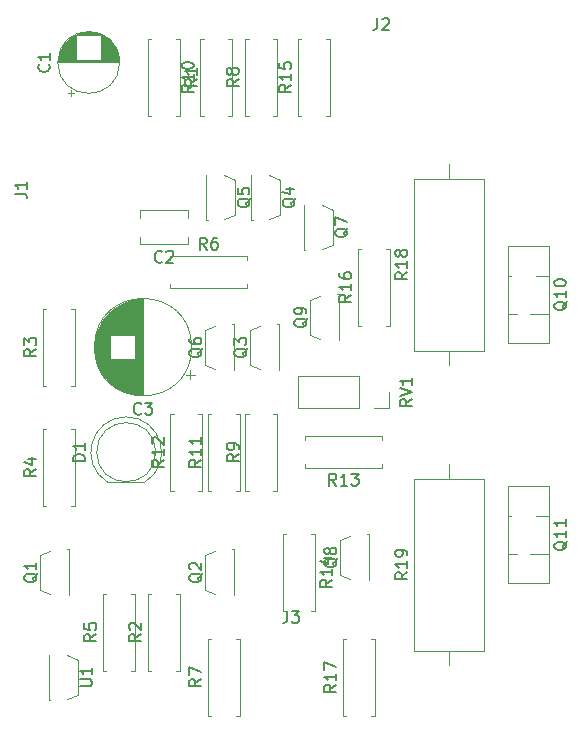
<source format=gbr>
G04 #@! TF.GenerationSoftware,KiCad,Pcbnew,(5.1.5)-3*
G04 #@! TF.CreationDate,2020-04-30T13:53:03+02:00*
G04 #@! TF.ProjectId,DiscreteAmp,44697363-7265-4746-9541-6d702e6b6963,rev?*
G04 #@! TF.SameCoordinates,Original*
G04 #@! TF.FileFunction,Legend,Top*
G04 #@! TF.FilePolarity,Positive*
%FSLAX46Y46*%
G04 Gerber Fmt 4.6, Leading zero omitted, Abs format (unit mm)*
G04 Created by KiCad (PCBNEW (5.1.5)-3) date 2020-04-30 13:53:03*
%MOMM*%
%LPD*%
G04 APERTURE LIST*
%ADD10C,0.120000*%
%ADD11C,0.150000*%
G04 APERTURE END LIST*
D10*
X153750000Y-68600000D02*
G75*
G03X153750000Y-68600000I-2620000J0D01*
G01*
X148550000Y-68600000D02*
X153710000Y-68600000D01*
X148550000Y-68560000D02*
X153710000Y-68560000D01*
X148551000Y-68520000D02*
X153709000Y-68520000D01*
X148552000Y-68480000D02*
X153708000Y-68480000D01*
X148554000Y-68440000D02*
X153706000Y-68440000D01*
X148557000Y-68400000D02*
X153703000Y-68400000D01*
X148561000Y-68360000D02*
X150090000Y-68360000D01*
X152170000Y-68360000D02*
X153699000Y-68360000D01*
X148565000Y-68320000D02*
X150090000Y-68320000D01*
X152170000Y-68320000D02*
X153695000Y-68320000D01*
X148569000Y-68280000D02*
X150090000Y-68280000D01*
X152170000Y-68280000D02*
X153691000Y-68280000D01*
X148574000Y-68240000D02*
X150090000Y-68240000D01*
X152170000Y-68240000D02*
X153686000Y-68240000D01*
X148580000Y-68200000D02*
X150090000Y-68200000D01*
X152170000Y-68200000D02*
X153680000Y-68200000D01*
X148587000Y-68160000D02*
X150090000Y-68160000D01*
X152170000Y-68160000D02*
X153673000Y-68160000D01*
X148594000Y-68120000D02*
X150090000Y-68120000D01*
X152170000Y-68120000D02*
X153666000Y-68120000D01*
X148602000Y-68080000D02*
X150090000Y-68080000D01*
X152170000Y-68080000D02*
X153658000Y-68080000D01*
X148610000Y-68040000D02*
X150090000Y-68040000D01*
X152170000Y-68040000D02*
X153650000Y-68040000D01*
X148619000Y-68000000D02*
X150090000Y-68000000D01*
X152170000Y-68000000D02*
X153641000Y-68000000D01*
X148629000Y-67960000D02*
X150090000Y-67960000D01*
X152170000Y-67960000D02*
X153631000Y-67960000D01*
X148639000Y-67920000D02*
X150090000Y-67920000D01*
X152170000Y-67920000D02*
X153621000Y-67920000D01*
X148650000Y-67879000D02*
X150090000Y-67879000D01*
X152170000Y-67879000D02*
X153610000Y-67879000D01*
X148662000Y-67839000D02*
X150090000Y-67839000D01*
X152170000Y-67839000D02*
X153598000Y-67839000D01*
X148675000Y-67799000D02*
X150090000Y-67799000D01*
X152170000Y-67799000D02*
X153585000Y-67799000D01*
X148688000Y-67759000D02*
X150090000Y-67759000D01*
X152170000Y-67759000D02*
X153572000Y-67759000D01*
X148702000Y-67719000D02*
X150090000Y-67719000D01*
X152170000Y-67719000D02*
X153558000Y-67719000D01*
X148716000Y-67679000D02*
X150090000Y-67679000D01*
X152170000Y-67679000D02*
X153544000Y-67679000D01*
X148732000Y-67639000D02*
X150090000Y-67639000D01*
X152170000Y-67639000D02*
X153528000Y-67639000D01*
X148748000Y-67599000D02*
X150090000Y-67599000D01*
X152170000Y-67599000D02*
X153512000Y-67599000D01*
X148765000Y-67559000D02*
X150090000Y-67559000D01*
X152170000Y-67559000D02*
X153495000Y-67559000D01*
X148782000Y-67519000D02*
X150090000Y-67519000D01*
X152170000Y-67519000D02*
X153478000Y-67519000D01*
X148801000Y-67479000D02*
X150090000Y-67479000D01*
X152170000Y-67479000D02*
X153459000Y-67479000D01*
X148820000Y-67439000D02*
X150090000Y-67439000D01*
X152170000Y-67439000D02*
X153440000Y-67439000D01*
X148840000Y-67399000D02*
X150090000Y-67399000D01*
X152170000Y-67399000D02*
X153420000Y-67399000D01*
X148862000Y-67359000D02*
X150090000Y-67359000D01*
X152170000Y-67359000D02*
X153398000Y-67359000D01*
X148883000Y-67319000D02*
X150090000Y-67319000D01*
X152170000Y-67319000D02*
X153377000Y-67319000D01*
X148906000Y-67279000D02*
X150090000Y-67279000D01*
X152170000Y-67279000D02*
X153354000Y-67279000D01*
X148930000Y-67239000D02*
X150090000Y-67239000D01*
X152170000Y-67239000D02*
X153330000Y-67239000D01*
X148955000Y-67199000D02*
X150090000Y-67199000D01*
X152170000Y-67199000D02*
X153305000Y-67199000D01*
X148981000Y-67159000D02*
X150090000Y-67159000D01*
X152170000Y-67159000D02*
X153279000Y-67159000D01*
X149008000Y-67119000D02*
X150090000Y-67119000D01*
X152170000Y-67119000D02*
X153252000Y-67119000D01*
X149035000Y-67079000D02*
X150090000Y-67079000D01*
X152170000Y-67079000D02*
X153225000Y-67079000D01*
X149065000Y-67039000D02*
X150090000Y-67039000D01*
X152170000Y-67039000D02*
X153195000Y-67039000D01*
X149095000Y-66999000D02*
X150090000Y-66999000D01*
X152170000Y-66999000D02*
X153165000Y-66999000D01*
X149126000Y-66959000D02*
X150090000Y-66959000D01*
X152170000Y-66959000D02*
X153134000Y-66959000D01*
X149159000Y-66919000D02*
X150090000Y-66919000D01*
X152170000Y-66919000D02*
X153101000Y-66919000D01*
X149193000Y-66879000D02*
X150090000Y-66879000D01*
X152170000Y-66879000D02*
X153067000Y-66879000D01*
X149229000Y-66839000D02*
X150090000Y-66839000D01*
X152170000Y-66839000D02*
X153031000Y-66839000D01*
X149266000Y-66799000D02*
X150090000Y-66799000D01*
X152170000Y-66799000D02*
X152994000Y-66799000D01*
X149304000Y-66759000D02*
X150090000Y-66759000D01*
X152170000Y-66759000D02*
X152956000Y-66759000D01*
X149345000Y-66719000D02*
X150090000Y-66719000D01*
X152170000Y-66719000D02*
X152915000Y-66719000D01*
X149387000Y-66679000D02*
X150090000Y-66679000D01*
X152170000Y-66679000D02*
X152873000Y-66679000D01*
X149431000Y-66639000D02*
X150090000Y-66639000D01*
X152170000Y-66639000D02*
X152829000Y-66639000D01*
X149477000Y-66599000D02*
X150090000Y-66599000D01*
X152170000Y-66599000D02*
X152783000Y-66599000D01*
X149525000Y-66559000D02*
X150090000Y-66559000D01*
X152170000Y-66559000D02*
X152735000Y-66559000D01*
X149576000Y-66519000D02*
X150090000Y-66519000D01*
X152170000Y-66519000D02*
X152684000Y-66519000D01*
X149630000Y-66479000D02*
X150090000Y-66479000D01*
X152170000Y-66479000D02*
X152630000Y-66479000D01*
X149687000Y-66439000D02*
X150090000Y-66439000D01*
X152170000Y-66439000D02*
X152573000Y-66439000D01*
X149747000Y-66399000D02*
X150090000Y-66399000D01*
X152170000Y-66399000D02*
X152513000Y-66399000D01*
X149811000Y-66359000D02*
X150090000Y-66359000D01*
X152170000Y-66359000D02*
X152449000Y-66359000D01*
X149879000Y-66319000D02*
X150090000Y-66319000D01*
X152170000Y-66319000D02*
X152381000Y-66319000D01*
X149952000Y-66279000D02*
X152308000Y-66279000D01*
X150032000Y-66239000D02*
X152228000Y-66239000D01*
X150119000Y-66199000D02*
X152141000Y-66199000D01*
X150215000Y-66159000D02*
X152045000Y-66159000D01*
X150325000Y-66119000D02*
X151935000Y-66119000D01*
X150453000Y-66079000D02*
X151807000Y-66079000D01*
X150612000Y-66039000D02*
X151648000Y-66039000D01*
X150846000Y-65999000D02*
X151414000Y-65999000D01*
X149655000Y-71404775D02*
X149655000Y-70904775D01*
X149405000Y-71154775D02*
X149905000Y-71154775D01*
X159520000Y-83970000D02*
X155480000Y-83970000D01*
X159520000Y-81130000D02*
X155480000Y-81130000D01*
X159520000Y-83970000D02*
X159520000Y-83345000D01*
X159520000Y-81755000D02*
X159520000Y-81130000D01*
X155480000Y-83970000D02*
X155480000Y-83345000D01*
X155480000Y-81755000D02*
X155480000Y-81130000D01*
X159850000Y-92710000D02*
G75*
G03X159850000Y-92710000I-4120000J0D01*
G01*
X155730000Y-96790000D02*
X155730000Y-88630000D01*
X155690000Y-96790000D02*
X155690000Y-88630000D01*
X155650000Y-96790000D02*
X155650000Y-88630000D01*
X155610000Y-96789000D02*
X155610000Y-88631000D01*
X155570000Y-96787000D02*
X155570000Y-88633000D01*
X155530000Y-96786000D02*
X155530000Y-88634000D01*
X155490000Y-96784000D02*
X155490000Y-88636000D01*
X155450000Y-96781000D02*
X155450000Y-88639000D01*
X155410000Y-96778000D02*
X155410000Y-88642000D01*
X155370000Y-96775000D02*
X155370000Y-88645000D01*
X155330000Y-96771000D02*
X155330000Y-88649000D01*
X155290000Y-96767000D02*
X155290000Y-88653000D01*
X155250000Y-96762000D02*
X155250000Y-88658000D01*
X155210000Y-96758000D02*
X155210000Y-88662000D01*
X155170000Y-96752000D02*
X155170000Y-88668000D01*
X155130000Y-96747000D02*
X155130000Y-88673000D01*
X155090000Y-96740000D02*
X155090000Y-88680000D01*
X155050000Y-96734000D02*
X155050000Y-88686000D01*
X155009000Y-96727000D02*
X155009000Y-93750000D01*
X155009000Y-91670000D02*
X155009000Y-88693000D01*
X154969000Y-96720000D02*
X154969000Y-93750000D01*
X154969000Y-91670000D02*
X154969000Y-88700000D01*
X154929000Y-96712000D02*
X154929000Y-93750000D01*
X154929000Y-91670000D02*
X154929000Y-88708000D01*
X154889000Y-96704000D02*
X154889000Y-93750000D01*
X154889000Y-91670000D02*
X154889000Y-88716000D01*
X154849000Y-96695000D02*
X154849000Y-93750000D01*
X154849000Y-91670000D02*
X154849000Y-88725000D01*
X154809000Y-96686000D02*
X154809000Y-93750000D01*
X154809000Y-91670000D02*
X154809000Y-88734000D01*
X154769000Y-96677000D02*
X154769000Y-93750000D01*
X154769000Y-91670000D02*
X154769000Y-88743000D01*
X154729000Y-96667000D02*
X154729000Y-93750000D01*
X154729000Y-91670000D02*
X154729000Y-88753000D01*
X154689000Y-96657000D02*
X154689000Y-93750000D01*
X154689000Y-91670000D02*
X154689000Y-88763000D01*
X154649000Y-96646000D02*
X154649000Y-93750000D01*
X154649000Y-91670000D02*
X154649000Y-88774000D01*
X154609000Y-96635000D02*
X154609000Y-93750000D01*
X154609000Y-91670000D02*
X154609000Y-88785000D01*
X154569000Y-96624000D02*
X154569000Y-93750000D01*
X154569000Y-91670000D02*
X154569000Y-88796000D01*
X154529000Y-96612000D02*
X154529000Y-93750000D01*
X154529000Y-91670000D02*
X154529000Y-88808000D01*
X154489000Y-96599000D02*
X154489000Y-93750000D01*
X154489000Y-91670000D02*
X154489000Y-88821000D01*
X154449000Y-96587000D02*
X154449000Y-93750000D01*
X154449000Y-91670000D02*
X154449000Y-88833000D01*
X154409000Y-96573000D02*
X154409000Y-93750000D01*
X154409000Y-91670000D02*
X154409000Y-88847000D01*
X154369000Y-96560000D02*
X154369000Y-93750000D01*
X154369000Y-91670000D02*
X154369000Y-88860000D01*
X154329000Y-96545000D02*
X154329000Y-93750000D01*
X154329000Y-91670000D02*
X154329000Y-88875000D01*
X154289000Y-96531000D02*
X154289000Y-93750000D01*
X154289000Y-91670000D02*
X154289000Y-88889000D01*
X154249000Y-96515000D02*
X154249000Y-93750000D01*
X154249000Y-91670000D02*
X154249000Y-88905000D01*
X154209000Y-96500000D02*
X154209000Y-93750000D01*
X154209000Y-91670000D02*
X154209000Y-88920000D01*
X154169000Y-96484000D02*
X154169000Y-93750000D01*
X154169000Y-91670000D02*
X154169000Y-88936000D01*
X154129000Y-96467000D02*
X154129000Y-93750000D01*
X154129000Y-91670000D02*
X154129000Y-88953000D01*
X154089000Y-96450000D02*
X154089000Y-93750000D01*
X154089000Y-91670000D02*
X154089000Y-88970000D01*
X154049000Y-96432000D02*
X154049000Y-93750000D01*
X154049000Y-91670000D02*
X154049000Y-88988000D01*
X154009000Y-96414000D02*
X154009000Y-93750000D01*
X154009000Y-91670000D02*
X154009000Y-89006000D01*
X153969000Y-96396000D02*
X153969000Y-93750000D01*
X153969000Y-91670000D02*
X153969000Y-89024000D01*
X153929000Y-96376000D02*
X153929000Y-93750000D01*
X153929000Y-91670000D02*
X153929000Y-89044000D01*
X153889000Y-96357000D02*
X153889000Y-93750000D01*
X153889000Y-91670000D02*
X153889000Y-89063000D01*
X153849000Y-96337000D02*
X153849000Y-93750000D01*
X153849000Y-91670000D02*
X153849000Y-89083000D01*
X153809000Y-96316000D02*
X153809000Y-93750000D01*
X153809000Y-91670000D02*
X153809000Y-89104000D01*
X153769000Y-96294000D02*
X153769000Y-93750000D01*
X153769000Y-91670000D02*
X153769000Y-89126000D01*
X153729000Y-96272000D02*
X153729000Y-93750000D01*
X153729000Y-91670000D02*
X153729000Y-89148000D01*
X153689000Y-96250000D02*
X153689000Y-93750000D01*
X153689000Y-91670000D02*
X153689000Y-89170000D01*
X153649000Y-96227000D02*
X153649000Y-93750000D01*
X153649000Y-91670000D02*
X153649000Y-89193000D01*
X153609000Y-96203000D02*
X153609000Y-93750000D01*
X153609000Y-91670000D02*
X153609000Y-89217000D01*
X153569000Y-96179000D02*
X153569000Y-93750000D01*
X153569000Y-91670000D02*
X153569000Y-89241000D01*
X153529000Y-96154000D02*
X153529000Y-93750000D01*
X153529000Y-91670000D02*
X153529000Y-89266000D01*
X153489000Y-96128000D02*
X153489000Y-93750000D01*
X153489000Y-91670000D02*
X153489000Y-89292000D01*
X153449000Y-96102000D02*
X153449000Y-93750000D01*
X153449000Y-91670000D02*
X153449000Y-89318000D01*
X153409000Y-96075000D02*
X153409000Y-93750000D01*
X153409000Y-91670000D02*
X153409000Y-89345000D01*
X153369000Y-96048000D02*
X153369000Y-93750000D01*
X153369000Y-91670000D02*
X153369000Y-89372000D01*
X153329000Y-96019000D02*
X153329000Y-93750000D01*
X153329000Y-91670000D02*
X153329000Y-89401000D01*
X153289000Y-95990000D02*
X153289000Y-93750000D01*
X153289000Y-91670000D02*
X153289000Y-89430000D01*
X153249000Y-95960000D02*
X153249000Y-93750000D01*
X153249000Y-91670000D02*
X153249000Y-89460000D01*
X153209000Y-95930000D02*
X153209000Y-93750000D01*
X153209000Y-91670000D02*
X153209000Y-89490000D01*
X153169000Y-95899000D02*
X153169000Y-93750000D01*
X153169000Y-91670000D02*
X153169000Y-89521000D01*
X153129000Y-95866000D02*
X153129000Y-93750000D01*
X153129000Y-91670000D02*
X153129000Y-89554000D01*
X153089000Y-95834000D02*
X153089000Y-93750000D01*
X153089000Y-91670000D02*
X153089000Y-89586000D01*
X153049000Y-95800000D02*
X153049000Y-93750000D01*
X153049000Y-91670000D02*
X153049000Y-89620000D01*
X153009000Y-95765000D02*
X153009000Y-93750000D01*
X153009000Y-91670000D02*
X153009000Y-89655000D01*
X152969000Y-95729000D02*
X152969000Y-93750000D01*
X152969000Y-91670000D02*
X152969000Y-89691000D01*
X152929000Y-95693000D02*
X152929000Y-89727000D01*
X152889000Y-95655000D02*
X152889000Y-89765000D01*
X152849000Y-95617000D02*
X152849000Y-89803000D01*
X152809000Y-95577000D02*
X152809000Y-89843000D01*
X152769000Y-95536000D02*
X152769000Y-89884000D01*
X152729000Y-95494000D02*
X152729000Y-89926000D01*
X152689000Y-95451000D02*
X152689000Y-89969000D01*
X152649000Y-95407000D02*
X152649000Y-90013000D01*
X152609000Y-95361000D02*
X152609000Y-90059000D01*
X152569000Y-95314000D02*
X152569000Y-90106000D01*
X152529000Y-95266000D02*
X152529000Y-90154000D01*
X152489000Y-95215000D02*
X152489000Y-90205000D01*
X152449000Y-95164000D02*
X152449000Y-90256000D01*
X152409000Y-95110000D02*
X152409000Y-90310000D01*
X152369000Y-95055000D02*
X152369000Y-90365000D01*
X152329000Y-94997000D02*
X152329000Y-90423000D01*
X152289000Y-94938000D02*
X152289000Y-90482000D01*
X152249000Y-94876000D02*
X152249000Y-90544000D01*
X152209000Y-94812000D02*
X152209000Y-90608000D01*
X152169000Y-94744000D02*
X152169000Y-90676000D01*
X152129000Y-94674000D02*
X152129000Y-90746000D01*
X152089000Y-94600000D02*
X152089000Y-90820000D01*
X152049000Y-94523000D02*
X152049000Y-90897000D01*
X152009000Y-94441000D02*
X152009000Y-90979000D01*
X151969000Y-94355000D02*
X151969000Y-91065000D01*
X151929000Y-94262000D02*
X151929000Y-91158000D01*
X151889000Y-94163000D02*
X151889000Y-91257000D01*
X151849000Y-94056000D02*
X151849000Y-91364000D01*
X151809000Y-93939000D02*
X151809000Y-91481000D01*
X151769000Y-93808000D02*
X151769000Y-91612000D01*
X151729000Y-93658000D02*
X151729000Y-91762000D01*
X151689000Y-93478000D02*
X151689000Y-91942000D01*
X151649000Y-93243000D02*
X151649000Y-92177000D01*
X160139698Y-95025000D02*
X159339698Y-95025000D01*
X159739698Y-95425000D02*
X159739698Y-94625000D01*
X149440000Y-113680000D02*
X149440000Y-109830000D01*
X149440000Y-109830000D02*
X149290000Y-109800000D01*
X147890000Y-109950000D02*
X146990000Y-110280000D01*
X146990000Y-110280000D02*
X146990000Y-113230000D01*
X146990000Y-113230000D02*
X147890000Y-113600000D01*
X160960000Y-113230000D02*
X161860000Y-113600000D01*
X160960000Y-110280000D02*
X160960000Y-113230000D01*
X161860000Y-109950000D02*
X160960000Y-110280000D01*
X163410000Y-109830000D02*
X163260000Y-109800000D01*
X163410000Y-113680000D02*
X163410000Y-109830000D01*
X164770000Y-94180000D02*
X165670000Y-94550000D01*
X164770000Y-91230000D02*
X164770000Y-94180000D01*
X165670000Y-90900000D02*
X164770000Y-91230000D01*
X167220000Y-90780000D02*
X167070000Y-90750000D01*
X167220000Y-94630000D02*
X167220000Y-90780000D01*
X163410000Y-94630000D02*
X163410000Y-90780000D01*
X163410000Y-90780000D02*
X163260000Y-90750000D01*
X161860000Y-90900000D02*
X160960000Y-91230000D01*
X160960000Y-91230000D02*
X160960000Y-94180000D01*
X160960000Y-94180000D02*
X161860000Y-94550000D01*
X174840000Y-112410000D02*
X174840000Y-108560000D01*
X174840000Y-108560000D02*
X174690000Y-108530000D01*
X173290000Y-108680000D02*
X172390000Y-109010000D01*
X172390000Y-109010000D02*
X172390000Y-111960000D01*
X172390000Y-111960000D02*
X173290000Y-112330000D01*
X169850000Y-91640000D02*
X170750000Y-92010000D01*
X169850000Y-88690000D02*
X169850000Y-91640000D01*
X170750000Y-88360000D02*
X169850000Y-88690000D01*
X172300000Y-88240000D02*
X172150000Y-88210000D01*
X172300000Y-92090000D02*
X172300000Y-88240000D01*
X187420000Y-89866000D02*
X186590000Y-89866000D01*
X190080000Y-89866000D02*
X188500000Y-89866000D01*
X186910000Y-86665000D02*
X186590000Y-86665000D01*
X190080000Y-86665000D02*
X189010000Y-86665000D01*
X190080000Y-92385000D02*
X186590000Y-92385000D01*
X190080000Y-84145000D02*
X186590000Y-84145000D01*
X186590000Y-84145000D02*
X186590000Y-92385000D01*
X190080000Y-84145000D02*
X190080000Y-92385000D01*
X190080000Y-104465000D02*
X190080000Y-112705000D01*
X186590000Y-104465000D02*
X186590000Y-112705000D01*
X190080000Y-104465000D02*
X186590000Y-104465000D01*
X190080000Y-112705000D02*
X186590000Y-112705000D01*
X190080000Y-106985000D02*
X189010000Y-106985000D01*
X186910000Y-106985000D02*
X186590000Y-106985000D01*
X190080000Y-110186000D02*
X188500000Y-110186000D01*
X187420000Y-110186000D02*
X186590000Y-110186000D01*
X156110000Y-73120000D02*
X156440000Y-73120000D01*
X156110000Y-66580000D02*
X156110000Y-73120000D01*
X156440000Y-66580000D02*
X156110000Y-66580000D01*
X158850000Y-73120000D02*
X158520000Y-73120000D01*
X158850000Y-66580000D02*
X158850000Y-73120000D01*
X158520000Y-66580000D02*
X158850000Y-66580000D01*
X156440000Y-120110000D02*
X156110000Y-120110000D01*
X156110000Y-120110000D02*
X156110000Y-113570000D01*
X156110000Y-113570000D02*
X156440000Y-113570000D01*
X158520000Y-120110000D02*
X158850000Y-120110000D01*
X158850000Y-120110000D02*
X158850000Y-113570000D01*
X158850000Y-113570000D02*
X158520000Y-113570000D01*
X149960000Y-89440000D02*
X149630000Y-89440000D01*
X149960000Y-95980000D02*
X149960000Y-89440000D01*
X149630000Y-95980000D02*
X149960000Y-95980000D01*
X147220000Y-89440000D02*
X147550000Y-89440000D01*
X147220000Y-95980000D02*
X147220000Y-89440000D01*
X147550000Y-95980000D02*
X147220000Y-95980000D01*
X149960000Y-99600000D02*
X149630000Y-99600000D01*
X149960000Y-106140000D02*
X149960000Y-99600000D01*
X149630000Y-106140000D02*
X149960000Y-106140000D01*
X147220000Y-99600000D02*
X147550000Y-99600000D01*
X147220000Y-106140000D02*
X147220000Y-99600000D01*
X147550000Y-106140000D02*
X147220000Y-106140000D01*
X155040000Y-113570000D02*
X154710000Y-113570000D01*
X155040000Y-120110000D02*
X155040000Y-113570000D01*
X154710000Y-120110000D02*
X155040000Y-120110000D01*
X152300000Y-113570000D02*
X152630000Y-113570000D01*
X152300000Y-120110000D02*
X152300000Y-113570000D01*
X152630000Y-120110000D02*
X152300000Y-120110000D01*
X158020000Y-85320000D02*
X158020000Y-84990000D01*
X158020000Y-84990000D02*
X164560000Y-84990000D01*
X164560000Y-84990000D02*
X164560000Y-85320000D01*
X158020000Y-87400000D02*
X158020000Y-87730000D01*
X158020000Y-87730000D02*
X164560000Y-87730000D01*
X164560000Y-87730000D02*
X164560000Y-87400000D01*
X161520000Y-123920000D02*
X161190000Y-123920000D01*
X161190000Y-123920000D02*
X161190000Y-117380000D01*
X161190000Y-117380000D02*
X161520000Y-117380000D01*
X163600000Y-123920000D02*
X163930000Y-123920000D01*
X163930000Y-123920000D02*
X163930000Y-117380000D01*
X163930000Y-117380000D02*
X163600000Y-117380000D01*
X164695000Y-73120000D02*
X164365000Y-73120000D01*
X164365000Y-73120000D02*
X164365000Y-66580000D01*
X164365000Y-66580000D02*
X164695000Y-66580000D01*
X166775000Y-73120000D02*
X167105000Y-73120000D01*
X167105000Y-73120000D02*
X167105000Y-66580000D01*
X167105000Y-66580000D02*
X166775000Y-66580000D01*
X167105000Y-98330000D02*
X166775000Y-98330000D01*
X167105000Y-104870000D02*
X167105000Y-98330000D01*
X166775000Y-104870000D02*
X167105000Y-104870000D01*
X164365000Y-98330000D02*
X164695000Y-98330000D01*
X164365000Y-104870000D02*
X164365000Y-98330000D01*
X164695000Y-104870000D02*
X164365000Y-104870000D01*
X163295000Y-66580000D02*
X162965000Y-66580000D01*
X163295000Y-73120000D02*
X163295000Y-66580000D01*
X162965000Y-73120000D02*
X163295000Y-73120000D01*
X160555000Y-66580000D02*
X160885000Y-66580000D01*
X160555000Y-73120000D02*
X160555000Y-66580000D01*
X160885000Y-73120000D02*
X160555000Y-73120000D01*
X163930000Y-98330000D02*
X163600000Y-98330000D01*
X163930000Y-104870000D02*
X163930000Y-98330000D01*
X163600000Y-104870000D02*
X163930000Y-104870000D01*
X161190000Y-98330000D02*
X161520000Y-98330000D01*
X161190000Y-104870000D02*
X161190000Y-98330000D01*
X161520000Y-104870000D02*
X161190000Y-104870000D01*
X158345000Y-104870000D02*
X158015000Y-104870000D01*
X158015000Y-104870000D02*
X158015000Y-98330000D01*
X158015000Y-98330000D02*
X158345000Y-98330000D01*
X160425000Y-104870000D02*
X160755000Y-104870000D01*
X160755000Y-104870000D02*
X160755000Y-98330000D01*
X160755000Y-98330000D02*
X160425000Y-98330000D01*
X169450000Y-100230000D02*
X169450000Y-100560000D01*
X175990000Y-100230000D02*
X169450000Y-100230000D01*
X175990000Y-100560000D02*
X175990000Y-100230000D01*
X169450000Y-102970000D02*
X169450000Y-102640000D01*
X175990000Y-102970000D02*
X169450000Y-102970000D01*
X175990000Y-102640000D02*
X175990000Y-102970000D01*
X169950000Y-108490000D02*
X170280000Y-108490000D01*
X170280000Y-108490000D02*
X170280000Y-115030000D01*
X170280000Y-115030000D02*
X169950000Y-115030000D01*
X167870000Y-108490000D02*
X167540000Y-108490000D01*
X167540000Y-108490000D02*
X167540000Y-115030000D01*
X167540000Y-115030000D02*
X167870000Y-115030000D01*
X169140000Y-73120000D02*
X168810000Y-73120000D01*
X168810000Y-73120000D02*
X168810000Y-66580000D01*
X168810000Y-66580000D02*
X169140000Y-66580000D01*
X171220000Y-73120000D02*
X171550000Y-73120000D01*
X171550000Y-73120000D02*
X171550000Y-66580000D01*
X171550000Y-66580000D02*
X171220000Y-66580000D01*
X174220000Y-90900000D02*
X173890000Y-90900000D01*
X173890000Y-90900000D02*
X173890000Y-84360000D01*
X173890000Y-84360000D02*
X174220000Y-84360000D01*
X176300000Y-90900000D02*
X176630000Y-90900000D01*
X176630000Y-90900000D02*
X176630000Y-84360000D01*
X176630000Y-84360000D02*
X176300000Y-84360000D01*
X172950000Y-123920000D02*
X172620000Y-123920000D01*
X172620000Y-123920000D02*
X172620000Y-117380000D01*
X172620000Y-117380000D02*
X172950000Y-117380000D01*
X175030000Y-123920000D02*
X175360000Y-123920000D01*
X175360000Y-123920000D02*
X175360000Y-117380000D01*
X175360000Y-117380000D02*
X175030000Y-117380000D01*
X178640000Y-92995000D02*
X184580000Y-92995000D01*
X184580000Y-92995000D02*
X184580000Y-78455000D01*
X184580000Y-78455000D02*
X178640000Y-78455000D01*
X178640000Y-78455000D02*
X178640000Y-92995000D01*
X181610000Y-94245000D02*
X181610000Y-92995000D01*
X181610000Y-77205000D02*
X181610000Y-78455000D01*
X181610000Y-102605000D02*
X181610000Y-103855000D01*
X181610000Y-119645000D02*
X181610000Y-118395000D01*
X178640000Y-103855000D02*
X178640000Y-118395000D01*
X184580000Y-103855000D02*
X178640000Y-103855000D01*
X184580000Y-118395000D02*
X184580000Y-103855000D01*
X178640000Y-118395000D02*
X184580000Y-118395000D01*
X173990000Y-95190000D02*
X173990000Y-97850000D01*
X173990000Y-95190000D02*
X168850000Y-95190000D01*
X168850000Y-95190000D02*
X168850000Y-97850000D01*
X173990000Y-97850000D02*
X168850000Y-97850000D01*
X176590000Y-97850000D02*
X175260000Y-97850000D01*
X176590000Y-96520000D02*
X176590000Y-97850000D01*
X164885000Y-78090000D02*
X164885000Y-81940000D01*
X164885000Y-81940000D02*
X165035000Y-81970000D01*
X166435000Y-81820000D02*
X167335000Y-81490000D01*
X167335000Y-81490000D02*
X167335000Y-78540000D01*
X167335000Y-78540000D02*
X166435000Y-78170000D01*
X163525000Y-78540000D02*
X162625000Y-78170000D01*
X163525000Y-81490000D02*
X163525000Y-78540000D01*
X162625000Y-81820000D02*
X163525000Y-81490000D01*
X161075000Y-81940000D02*
X161225000Y-81970000D01*
X161075000Y-78090000D02*
X161075000Y-81940000D01*
X171780000Y-81080000D02*
X170880000Y-80710000D01*
X171780000Y-84030000D02*
X171780000Y-81080000D01*
X170880000Y-84360000D02*
X171780000Y-84030000D01*
X169330000Y-84480000D02*
X169480000Y-84510000D01*
X169330000Y-80630000D02*
X169330000Y-84480000D01*
X147740000Y-118730000D02*
X147740000Y-122580000D01*
X147740000Y-122580000D02*
X147890000Y-122610000D01*
X149290000Y-122460000D02*
X150190000Y-122130000D01*
X150190000Y-122130000D02*
X150190000Y-119180000D01*
X150190000Y-119180000D02*
X149290000Y-118810000D01*
X154305462Y-98610000D02*
G75*
G03X152760170Y-104160000I-462J-2990000D01*
G01*
X154304538Y-98610000D02*
G75*
G02X155849830Y-104160000I462J-2990000D01*
G01*
X156805000Y-101600000D02*
G75*
G03X156805000Y-101600000I-2500000J0D01*
G01*
X152760000Y-104160000D02*
X155850000Y-104160000D01*
D11*
X147737142Y-68766666D02*
X147784761Y-68814285D01*
X147832380Y-68957142D01*
X147832380Y-69052380D01*
X147784761Y-69195238D01*
X147689523Y-69290476D01*
X147594285Y-69338095D01*
X147403809Y-69385714D01*
X147260952Y-69385714D01*
X147070476Y-69338095D01*
X146975238Y-69290476D01*
X146880000Y-69195238D01*
X146832380Y-69052380D01*
X146832380Y-68957142D01*
X146880000Y-68814285D01*
X146927619Y-68766666D01*
X147832380Y-67814285D02*
X147832380Y-68385714D01*
X147832380Y-68100000D02*
X146832380Y-68100000D01*
X146975238Y-68195238D01*
X147070476Y-68290476D01*
X147118095Y-68385714D01*
X157333333Y-85457142D02*
X157285714Y-85504761D01*
X157142857Y-85552380D01*
X157047619Y-85552380D01*
X156904761Y-85504761D01*
X156809523Y-85409523D01*
X156761904Y-85314285D01*
X156714285Y-85123809D01*
X156714285Y-84980952D01*
X156761904Y-84790476D01*
X156809523Y-84695238D01*
X156904761Y-84600000D01*
X157047619Y-84552380D01*
X157142857Y-84552380D01*
X157285714Y-84600000D01*
X157333333Y-84647619D01*
X157714285Y-84647619D02*
X157761904Y-84600000D01*
X157857142Y-84552380D01*
X158095238Y-84552380D01*
X158190476Y-84600000D01*
X158238095Y-84647619D01*
X158285714Y-84742857D01*
X158285714Y-84838095D01*
X158238095Y-84980952D01*
X157666666Y-85552380D01*
X158285714Y-85552380D01*
X155563333Y-98317142D02*
X155515714Y-98364761D01*
X155372857Y-98412380D01*
X155277619Y-98412380D01*
X155134761Y-98364761D01*
X155039523Y-98269523D01*
X154991904Y-98174285D01*
X154944285Y-97983809D01*
X154944285Y-97840952D01*
X154991904Y-97650476D01*
X155039523Y-97555238D01*
X155134761Y-97460000D01*
X155277619Y-97412380D01*
X155372857Y-97412380D01*
X155515714Y-97460000D01*
X155563333Y-97507619D01*
X155896666Y-97412380D02*
X156515714Y-97412380D01*
X156182380Y-97793333D01*
X156325238Y-97793333D01*
X156420476Y-97840952D01*
X156468095Y-97888571D01*
X156515714Y-97983809D01*
X156515714Y-98221904D01*
X156468095Y-98317142D01*
X156420476Y-98364761D01*
X156325238Y-98412380D01*
X156039523Y-98412380D01*
X155944285Y-98364761D01*
X155896666Y-98317142D01*
X144867380Y-79708333D02*
X145581666Y-79708333D01*
X145724523Y-79755952D01*
X145819761Y-79851190D01*
X145867380Y-79994047D01*
X145867380Y-80089285D01*
X145867380Y-78708333D02*
X145867380Y-79279761D01*
X145867380Y-78994047D02*
X144867380Y-78994047D01*
X145010238Y-79089285D01*
X145105476Y-79184523D01*
X145153095Y-79279761D01*
X175561666Y-64857380D02*
X175561666Y-65571666D01*
X175514047Y-65714523D01*
X175418809Y-65809761D01*
X175275952Y-65857380D01*
X175180714Y-65857380D01*
X175990238Y-64952619D02*
X176037857Y-64905000D01*
X176133095Y-64857380D01*
X176371190Y-64857380D01*
X176466428Y-64905000D01*
X176514047Y-64952619D01*
X176561666Y-65047857D01*
X176561666Y-65143095D01*
X176514047Y-65285952D01*
X175942619Y-65857380D01*
X176561666Y-65857380D01*
X167941666Y-115022380D02*
X167941666Y-115736666D01*
X167894047Y-115879523D01*
X167798809Y-115974761D01*
X167655952Y-116022380D01*
X167560714Y-116022380D01*
X168322619Y-115022380D02*
X168941666Y-115022380D01*
X168608333Y-115403333D01*
X168751190Y-115403333D01*
X168846428Y-115450952D01*
X168894047Y-115498571D01*
X168941666Y-115593809D01*
X168941666Y-115831904D01*
X168894047Y-115927142D01*
X168846428Y-115974761D01*
X168751190Y-116022380D01*
X168465476Y-116022380D01*
X168370238Y-115974761D01*
X168322619Y-115927142D01*
X146787619Y-111855238D02*
X146740000Y-111950476D01*
X146644761Y-112045714D01*
X146501904Y-112188571D01*
X146454285Y-112283809D01*
X146454285Y-112379047D01*
X146692380Y-112331428D02*
X146644761Y-112426666D01*
X146549523Y-112521904D01*
X146359047Y-112569523D01*
X146025714Y-112569523D01*
X145835238Y-112521904D01*
X145740000Y-112426666D01*
X145692380Y-112331428D01*
X145692380Y-112140952D01*
X145740000Y-112045714D01*
X145835238Y-111950476D01*
X146025714Y-111902857D01*
X146359047Y-111902857D01*
X146549523Y-111950476D01*
X146644761Y-112045714D01*
X146692380Y-112140952D01*
X146692380Y-112331428D01*
X146692380Y-110950476D02*
X146692380Y-111521904D01*
X146692380Y-111236190D02*
X145692380Y-111236190D01*
X145835238Y-111331428D01*
X145930476Y-111426666D01*
X145978095Y-111521904D01*
X160757619Y-111855238D02*
X160710000Y-111950476D01*
X160614761Y-112045714D01*
X160471904Y-112188571D01*
X160424285Y-112283809D01*
X160424285Y-112379047D01*
X160662380Y-112331428D02*
X160614761Y-112426666D01*
X160519523Y-112521904D01*
X160329047Y-112569523D01*
X159995714Y-112569523D01*
X159805238Y-112521904D01*
X159710000Y-112426666D01*
X159662380Y-112331428D01*
X159662380Y-112140952D01*
X159710000Y-112045714D01*
X159805238Y-111950476D01*
X159995714Y-111902857D01*
X160329047Y-111902857D01*
X160519523Y-111950476D01*
X160614761Y-112045714D01*
X160662380Y-112140952D01*
X160662380Y-112331428D01*
X159757619Y-111521904D02*
X159710000Y-111474285D01*
X159662380Y-111379047D01*
X159662380Y-111140952D01*
X159710000Y-111045714D01*
X159757619Y-110998095D01*
X159852857Y-110950476D01*
X159948095Y-110950476D01*
X160090952Y-110998095D01*
X160662380Y-111569523D01*
X160662380Y-110950476D01*
X164567619Y-92805238D02*
X164520000Y-92900476D01*
X164424761Y-92995714D01*
X164281904Y-93138571D01*
X164234285Y-93233809D01*
X164234285Y-93329047D01*
X164472380Y-93281428D02*
X164424761Y-93376666D01*
X164329523Y-93471904D01*
X164139047Y-93519523D01*
X163805714Y-93519523D01*
X163615238Y-93471904D01*
X163520000Y-93376666D01*
X163472380Y-93281428D01*
X163472380Y-93090952D01*
X163520000Y-92995714D01*
X163615238Y-92900476D01*
X163805714Y-92852857D01*
X164139047Y-92852857D01*
X164329523Y-92900476D01*
X164424761Y-92995714D01*
X164472380Y-93090952D01*
X164472380Y-93281428D01*
X163472380Y-92519523D02*
X163472380Y-91900476D01*
X163853333Y-92233809D01*
X163853333Y-92090952D01*
X163900952Y-91995714D01*
X163948571Y-91948095D01*
X164043809Y-91900476D01*
X164281904Y-91900476D01*
X164377142Y-91948095D01*
X164424761Y-91995714D01*
X164472380Y-92090952D01*
X164472380Y-92376666D01*
X164424761Y-92471904D01*
X164377142Y-92519523D01*
X160757619Y-92805238D02*
X160710000Y-92900476D01*
X160614761Y-92995714D01*
X160471904Y-93138571D01*
X160424285Y-93233809D01*
X160424285Y-93329047D01*
X160662380Y-93281428D02*
X160614761Y-93376666D01*
X160519523Y-93471904D01*
X160329047Y-93519523D01*
X159995714Y-93519523D01*
X159805238Y-93471904D01*
X159710000Y-93376666D01*
X159662380Y-93281428D01*
X159662380Y-93090952D01*
X159710000Y-92995714D01*
X159805238Y-92900476D01*
X159995714Y-92852857D01*
X160329047Y-92852857D01*
X160519523Y-92900476D01*
X160614761Y-92995714D01*
X160662380Y-93090952D01*
X160662380Y-93281428D01*
X159662380Y-91995714D02*
X159662380Y-92186190D01*
X159710000Y-92281428D01*
X159757619Y-92329047D01*
X159900476Y-92424285D01*
X160090952Y-92471904D01*
X160471904Y-92471904D01*
X160567142Y-92424285D01*
X160614761Y-92376666D01*
X160662380Y-92281428D01*
X160662380Y-92090952D01*
X160614761Y-91995714D01*
X160567142Y-91948095D01*
X160471904Y-91900476D01*
X160233809Y-91900476D01*
X160138571Y-91948095D01*
X160090952Y-91995714D01*
X160043333Y-92090952D01*
X160043333Y-92281428D01*
X160090952Y-92376666D01*
X160138571Y-92424285D01*
X160233809Y-92471904D01*
X172187619Y-110585238D02*
X172140000Y-110680476D01*
X172044761Y-110775714D01*
X171901904Y-110918571D01*
X171854285Y-111013809D01*
X171854285Y-111109047D01*
X172092380Y-111061428D02*
X172044761Y-111156666D01*
X171949523Y-111251904D01*
X171759047Y-111299523D01*
X171425714Y-111299523D01*
X171235238Y-111251904D01*
X171140000Y-111156666D01*
X171092380Y-111061428D01*
X171092380Y-110870952D01*
X171140000Y-110775714D01*
X171235238Y-110680476D01*
X171425714Y-110632857D01*
X171759047Y-110632857D01*
X171949523Y-110680476D01*
X172044761Y-110775714D01*
X172092380Y-110870952D01*
X172092380Y-111061428D01*
X171520952Y-110061428D02*
X171473333Y-110156666D01*
X171425714Y-110204285D01*
X171330476Y-110251904D01*
X171282857Y-110251904D01*
X171187619Y-110204285D01*
X171140000Y-110156666D01*
X171092380Y-110061428D01*
X171092380Y-109870952D01*
X171140000Y-109775714D01*
X171187619Y-109728095D01*
X171282857Y-109680476D01*
X171330476Y-109680476D01*
X171425714Y-109728095D01*
X171473333Y-109775714D01*
X171520952Y-109870952D01*
X171520952Y-110061428D01*
X171568571Y-110156666D01*
X171616190Y-110204285D01*
X171711428Y-110251904D01*
X171901904Y-110251904D01*
X171997142Y-110204285D01*
X172044761Y-110156666D01*
X172092380Y-110061428D01*
X172092380Y-109870952D01*
X172044761Y-109775714D01*
X171997142Y-109728095D01*
X171901904Y-109680476D01*
X171711428Y-109680476D01*
X171616190Y-109728095D01*
X171568571Y-109775714D01*
X171520952Y-109870952D01*
X169647619Y-90265238D02*
X169600000Y-90360476D01*
X169504761Y-90455714D01*
X169361904Y-90598571D01*
X169314285Y-90693809D01*
X169314285Y-90789047D01*
X169552380Y-90741428D02*
X169504761Y-90836666D01*
X169409523Y-90931904D01*
X169219047Y-90979523D01*
X168885714Y-90979523D01*
X168695238Y-90931904D01*
X168600000Y-90836666D01*
X168552380Y-90741428D01*
X168552380Y-90550952D01*
X168600000Y-90455714D01*
X168695238Y-90360476D01*
X168885714Y-90312857D01*
X169219047Y-90312857D01*
X169409523Y-90360476D01*
X169504761Y-90455714D01*
X169552380Y-90550952D01*
X169552380Y-90741428D01*
X169552380Y-89836666D02*
X169552380Y-89646190D01*
X169504761Y-89550952D01*
X169457142Y-89503333D01*
X169314285Y-89408095D01*
X169123809Y-89360476D01*
X168742857Y-89360476D01*
X168647619Y-89408095D01*
X168600000Y-89455714D01*
X168552380Y-89550952D01*
X168552380Y-89741428D01*
X168600000Y-89836666D01*
X168647619Y-89884285D01*
X168742857Y-89931904D01*
X168980952Y-89931904D01*
X169076190Y-89884285D01*
X169123809Y-89836666D01*
X169171428Y-89741428D01*
X169171428Y-89550952D01*
X169123809Y-89455714D01*
X169076190Y-89408095D01*
X168980952Y-89360476D01*
X191627619Y-88836428D02*
X191580000Y-88931666D01*
X191484761Y-89026904D01*
X191341904Y-89169761D01*
X191294285Y-89265000D01*
X191294285Y-89360238D01*
X191532380Y-89312619D02*
X191484761Y-89407857D01*
X191389523Y-89503095D01*
X191199047Y-89550714D01*
X190865714Y-89550714D01*
X190675238Y-89503095D01*
X190580000Y-89407857D01*
X190532380Y-89312619D01*
X190532380Y-89122142D01*
X190580000Y-89026904D01*
X190675238Y-88931666D01*
X190865714Y-88884047D01*
X191199047Y-88884047D01*
X191389523Y-88931666D01*
X191484761Y-89026904D01*
X191532380Y-89122142D01*
X191532380Y-89312619D01*
X191532380Y-87931666D02*
X191532380Y-88503095D01*
X191532380Y-88217380D02*
X190532380Y-88217380D01*
X190675238Y-88312619D01*
X190770476Y-88407857D01*
X190818095Y-88503095D01*
X190532380Y-87312619D02*
X190532380Y-87217380D01*
X190580000Y-87122142D01*
X190627619Y-87074523D01*
X190722857Y-87026904D01*
X190913333Y-86979285D01*
X191151428Y-86979285D01*
X191341904Y-87026904D01*
X191437142Y-87074523D01*
X191484761Y-87122142D01*
X191532380Y-87217380D01*
X191532380Y-87312619D01*
X191484761Y-87407857D01*
X191437142Y-87455476D01*
X191341904Y-87503095D01*
X191151428Y-87550714D01*
X190913333Y-87550714D01*
X190722857Y-87503095D01*
X190627619Y-87455476D01*
X190580000Y-87407857D01*
X190532380Y-87312619D01*
X191627619Y-109156428D02*
X191580000Y-109251666D01*
X191484761Y-109346904D01*
X191341904Y-109489761D01*
X191294285Y-109585000D01*
X191294285Y-109680238D01*
X191532380Y-109632619D02*
X191484761Y-109727857D01*
X191389523Y-109823095D01*
X191199047Y-109870714D01*
X190865714Y-109870714D01*
X190675238Y-109823095D01*
X190580000Y-109727857D01*
X190532380Y-109632619D01*
X190532380Y-109442142D01*
X190580000Y-109346904D01*
X190675238Y-109251666D01*
X190865714Y-109204047D01*
X191199047Y-109204047D01*
X191389523Y-109251666D01*
X191484761Y-109346904D01*
X191532380Y-109442142D01*
X191532380Y-109632619D01*
X191532380Y-108251666D02*
X191532380Y-108823095D01*
X191532380Y-108537380D02*
X190532380Y-108537380D01*
X190675238Y-108632619D01*
X190770476Y-108727857D01*
X190818095Y-108823095D01*
X191532380Y-107299285D02*
X191532380Y-107870714D01*
X191532380Y-107585000D02*
X190532380Y-107585000D01*
X190675238Y-107680238D01*
X190770476Y-107775476D01*
X190818095Y-107870714D01*
X160302380Y-70016666D02*
X159826190Y-70350000D01*
X160302380Y-70588095D02*
X159302380Y-70588095D01*
X159302380Y-70207142D01*
X159350000Y-70111904D01*
X159397619Y-70064285D01*
X159492857Y-70016666D01*
X159635714Y-70016666D01*
X159730952Y-70064285D01*
X159778571Y-70111904D01*
X159826190Y-70207142D01*
X159826190Y-70588095D01*
X160302380Y-69064285D02*
X160302380Y-69635714D01*
X160302380Y-69350000D02*
X159302380Y-69350000D01*
X159445238Y-69445238D01*
X159540476Y-69540476D01*
X159588095Y-69635714D01*
X155562380Y-117006666D02*
X155086190Y-117340000D01*
X155562380Y-117578095D02*
X154562380Y-117578095D01*
X154562380Y-117197142D01*
X154610000Y-117101904D01*
X154657619Y-117054285D01*
X154752857Y-117006666D01*
X154895714Y-117006666D01*
X154990952Y-117054285D01*
X155038571Y-117101904D01*
X155086190Y-117197142D01*
X155086190Y-117578095D01*
X154657619Y-116625714D02*
X154610000Y-116578095D01*
X154562380Y-116482857D01*
X154562380Y-116244761D01*
X154610000Y-116149523D01*
X154657619Y-116101904D01*
X154752857Y-116054285D01*
X154848095Y-116054285D01*
X154990952Y-116101904D01*
X155562380Y-116673333D01*
X155562380Y-116054285D01*
X146672380Y-92876666D02*
X146196190Y-93210000D01*
X146672380Y-93448095D02*
X145672380Y-93448095D01*
X145672380Y-93067142D01*
X145720000Y-92971904D01*
X145767619Y-92924285D01*
X145862857Y-92876666D01*
X146005714Y-92876666D01*
X146100952Y-92924285D01*
X146148571Y-92971904D01*
X146196190Y-93067142D01*
X146196190Y-93448095D01*
X145672380Y-92543333D02*
X145672380Y-91924285D01*
X146053333Y-92257619D01*
X146053333Y-92114761D01*
X146100952Y-92019523D01*
X146148571Y-91971904D01*
X146243809Y-91924285D01*
X146481904Y-91924285D01*
X146577142Y-91971904D01*
X146624761Y-92019523D01*
X146672380Y-92114761D01*
X146672380Y-92400476D01*
X146624761Y-92495714D01*
X146577142Y-92543333D01*
X146672380Y-103036666D02*
X146196190Y-103370000D01*
X146672380Y-103608095D02*
X145672380Y-103608095D01*
X145672380Y-103227142D01*
X145720000Y-103131904D01*
X145767619Y-103084285D01*
X145862857Y-103036666D01*
X146005714Y-103036666D01*
X146100952Y-103084285D01*
X146148571Y-103131904D01*
X146196190Y-103227142D01*
X146196190Y-103608095D01*
X146005714Y-102179523D02*
X146672380Y-102179523D01*
X145624761Y-102417619D02*
X146339047Y-102655714D01*
X146339047Y-102036666D01*
X151752380Y-117006666D02*
X151276190Y-117340000D01*
X151752380Y-117578095D02*
X150752380Y-117578095D01*
X150752380Y-117197142D01*
X150800000Y-117101904D01*
X150847619Y-117054285D01*
X150942857Y-117006666D01*
X151085714Y-117006666D01*
X151180952Y-117054285D01*
X151228571Y-117101904D01*
X151276190Y-117197142D01*
X151276190Y-117578095D01*
X150752380Y-116101904D02*
X150752380Y-116578095D01*
X151228571Y-116625714D01*
X151180952Y-116578095D01*
X151133333Y-116482857D01*
X151133333Y-116244761D01*
X151180952Y-116149523D01*
X151228571Y-116101904D01*
X151323809Y-116054285D01*
X151561904Y-116054285D01*
X151657142Y-116101904D01*
X151704761Y-116149523D01*
X151752380Y-116244761D01*
X151752380Y-116482857D01*
X151704761Y-116578095D01*
X151657142Y-116625714D01*
X161123333Y-84442380D02*
X160790000Y-83966190D01*
X160551904Y-84442380D02*
X160551904Y-83442380D01*
X160932857Y-83442380D01*
X161028095Y-83490000D01*
X161075714Y-83537619D01*
X161123333Y-83632857D01*
X161123333Y-83775714D01*
X161075714Y-83870952D01*
X161028095Y-83918571D01*
X160932857Y-83966190D01*
X160551904Y-83966190D01*
X161980476Y-83442380D02*
X161790000Y-83442380D01*
X161694761Y-83490000D01*
X161647142Y-83537619D01*
X161551904Y-83680476D01*
X161504285Y-83870952D01*
X161504285Y-84251904D01*
X161551904Y-84347142D01*
X161599523Y-84394761D01*
X161694761Y-84442380D01*
X161885238Y-84442380D01*
X161980476Y-84394761D01*
X162028095Y-84347142D01*
X162075714Y-84251904D01*
X162075714Y-84013809D01*
X162028095Y-83918571D01*
X161980476Y-83870952D01*
X161885238Y-83823333D01*
X161694761Y-83823333D01*
X161599523Y-83870952D01*
X161551904Y-83918571D01*
X161504285Y-84013809D01*
X160642380Y-120816666D02*
X160166190Y-121150000D01*
X160642380Y-121388095D02*
X159642380Y-121388095D01*
X159642380Y-121007142D01*
X159690000Y-120911904D01*
X159737619Y-120864285D01*
X159832857Y-120816666D01*
X159975714Y-120816666D01*
X160070952Y-120864285D01*
X160118571Y-120911904D01*
X160166190Y-121007142D01*
X160166190Y-121388095D01*
X159642380Y-120483333D02*
X159642380Y-119816666D01*
X160642380Y-120245238D01*
X163817380Y-70016666D02*
X163341190Y-70350000D01*
X163817380Y-70588095D02*
X162817380Y-70588095D01*
X162817380Y-70207142D01*
X162865000Y-70111904D01*
X162912619Y-70064285D01*
X163007857Y-70016666D01*
X163150714Y-70016666D01*
X163245952Y-70064285D01*
X163293571Y-70111904D01*
X163341190Y-70207142D01*
X163341190Y-70588095D01*
X163245952Y-69445238D02*
X163198333Y-69540476D01*
X163150714Y-69588095D01*
X163055476Y-69635714D01*
X163007857Y-69635714D01*
X162912619Y-69588095D01*
X162865000Y-69540476D01*
X162817380Y-69445238D01*
X162817380Y-69254761D01*
X162865000Y-69159523D01*
X162912619Y-69111904D01*
X163007857Y-69064285D01*
X163055476Y-69064285D01*
X163150714Y-69111904D01*
X163198333Y-69159523D01*
X163245952Y-69254761D01*
X163245952Y-69445238D01*
X163293571Y-69540476D01*
X163341190Y-69588095D01*
X163436428Y-69635714D01*
X163626904Y-69635714D01*
X163722142Y-69588095D01*
X163769761Y-69540476D01*
X163817380Y-69445238D01*
X163817380Y-69254761D01*
X163769761Y-69159523D01*
X163722142Y-69111904D01*
X163626904Y-69064285D01*
X163436428Y-69064285D01*
X163341190Y-69111904D01*
X163293571Y-69159523D01*
X163245952Y-69254761D01*
X163817380Y-101766666D02*
X163341190Y-102100000D01*
X163817380Y-102338095D02*
X162817380Y-102338095D01*
X162817380Y-101957142D01*
X162865000Y-101861904D01*
X162912619Y-101814285D01*
X163007857Y-101766666D01*
X163150714Y-101766666D01*
X163245952Y-101814285D01*
X163293571Y-101861904D01*
X163341190Y-101957142D01*
X163341190Y-102338095D01*
X163817380Y-101290476D02*
X163817380Y-101100000D01*
X163769761Y-101004761D01*
X163722142Y-100957142D01*
X163579285Y-100861904D01*
X163388809Y-100814285D01*
X163007857Y-100814285D01*
X162912619Y-100861904D01*
X162865000Y-100909523D01*
X162817380Y-101004761D01*
X162817380Y-101195238D01*
X162865000Y-101290476D01*
X162912619Y-101338095D01*
X163007857Y-101385714D01*
X163245952Y-101385714D01*
X163341190Y-101338095D01*
X163388809Y-101290476D01*
X163436428Y-101195238D01*
X163436428Y-101004761D01*
X163388809Y-100909523D01*
X163341190Y-100861904D01*
X163245952Y-100814285D01*
X160007380Y-70492857D02*
X159531190Y-70826190D01*
X160007380Y-71064285D02*
X159007380Y-71064285D01*
X159007380Y-70683333D01*
X159055000Y-70588095D01*
X159102619Y-70540476D01*
X159197857Y-70492857D01*
X159340714Y-70492857D01*
X159435952Y-70540476D01*
X159483571Y-70588095D01*
X159531190Y-70683333D01*
X159531190Y-71064285D01*
X160007380Y-69540476D02*
X160007380Y-70111904D01*
X160007380Y-69826190D02*
X159007380Y-69826190D01*
X159150238Y-69921428D01*
X159245476Y-70016666D01*
X159293095Y-70111904D01*
X159007380Y-68921428D02*
X159007380Y-68826190D01*
X159055000Y-68730952D01*
X159102619Y-68683333D01*
X159197857Y-68635714D01*
X159388333Y-68588095D01*
X159626428Y-68588095D01*
X159816904Y-68635714D01*
X159912142Y-68683333D01*
X159959761Y-68730952D01*
X160007380Y-68826190D01*
X160007380Y-68921428D01*
X159959761Y-69016666D01*
X159912142Y-69064285D01*
X159816904Y-69111904D01*
X159626428Y-69159523D01*
X159388333Y-69159523D01*
X159197857Y-69111904D01*
X159102619Y-69064285D01*
X159055000Y-69016666D01*
X159007380Y-68921428D01*
X160642380Y-102242857D02*
X160166190Y-102576190D01*
X160642380Y-102814285D02*
X159642380Y-102814285D01*
X159642380Y-102433333D01*
X159690000Y-102338095D01*
X159737619Y-102290476D01*
X159832857Y-102242857D01*
X159975714Y-102242857D01*
X160070952Y-102290476D01*
X160118571Y-102338095D01*
X160166190Y-102433333D01*
X160166190Y-102814285D01*
X160642380Y-101290476D02*
X160642380Y-101861904D01*
X160642380Y-101576190D02*
X159642380Y-101576190D01*
X159785238Y-101671428D01*
X159880476Y-101766666D01*
X159928095Y-101861904D01*
X160642380Y-100338095D02*
X160642380Y-100909523D01*
X160642380Y-100623809D02*
X159642380Y-100623809D01*
X159785238Y-100719047D01*
X159880476Y-100814285D01*
X159928095Y-100909523D01*
X157467380Y-102242857D02*
X156991190Y-102576190D01*
X157467380Y-102814285D02*
X156467380Y-102814285D01*
X156467380Y-102433333D01*
X156515000Y-102338095D01*
X156562619Y-102290476D01*
X156657857Y-102242857D01*
X156800714Y-102242857D01*
X156895952Y-102290476D01*
X156943571Y-102338095D01*
X156991190Y-102433333D01*
X156991190Y-102814285D01*
X157467380Y-101290476D02*
X157467380Y-101861904D01*
X157467380Y-101576190D02*
X156467380Y-101576190D01*
X156610238Y-101671428D01*
X156705476Y-101766666D01*
X156753095Y-101861904D01*
X156562619Y-100909523D02*
X156515000Y-100861904D01*
X156467380Y-100766666D01*
X156467380Y-100528571D01*
X156515000Y-100433333D01*
X156562619Y-100385714D01*
X156657857Y-100338095D01*
X156753095Y-100338095D01*
X156895952Y-100385714D01*
X157467380Y-100957142D01*
X157467380Y-100338095D01*
X172077142Y-104422380D02*
X171743809Y-103946190D01*
X171505714Y-104422380D02*
X171505714Y-103422380D01*
X171886666Y-103422380D01*
X171981904Y-103470000D01*
X172029523Y-103517619D01*
X172077142Y-103612857D01*
X172077142Y-103755714D01*
X172029523Y-103850952D01*
X171981904Y-103898571D01*
X171886666Y-103946190D01*
X171505714Y-103946190D01*
X173029523Y-104422380D02*
X172458095Y-104422380D01*
X172743809Y-104422380D02*
X172743809Y-103422380D01*
X172648571Y-103565238D01*
X172553333Y-103660476D01*
X172458095Y-103708095D01*
X173362857Y-103422380D02*
X173981904Y-103422380D01*
X173648571Y-103803333D01*
X173791428Y-103803333D01*
X173886666Y-103850952D01*
X173934285Y-103898571D01*
X173981904Y-103993809D01*
X173981904Y-104231904D01*
X173934285Y-104327142D01*
X173886666Y-104374761D01*
X173791428Y-104422380D01*
X173505714Y-104422380D01*
X173410476Y-104374761D01*
X173362857Y-104327142D01*
X171732380Y-112402857D02*
X171256190Y-112736190D01*
X171732380Y-112974285D02*
X170732380Y-112974285D01*
X170732380Y-112593333D01*
X170780000Y-112498095D01*
X170827619Y-112450476D01*
X170922857Y-112402857D01*
X171065714Y-112402857D01*
X171160952Y-112450476D01*
X171208571Y-112498095D01*
X171256190Y-112593333D01*
X171256190Y-112974285D01*
X171732380Y-111450476D02*
X171732380Y-112021904D01*
X171732380Y-111736190D02*
X170732380Y-111736190D01*
X170875238Y-111831428D01*
X170970476Y-111926666D01*
X171018095Y-112021904D01*
X171065714Y-110593333D02*
X171732380Y-110593333D01*
X170684761Y-110831428D02*
X171399047Y-111069523D01*
X171399047Y-110450476D01*
X168262380Y-70492857D02*
X167786190Y-70826190D01*
X168262380Y-71064285D02*
X167262380Y-71064285D01*
X167262380Y-70683333D01*
X167310000Y-70588095D01*
X167357619Y-70540476D01*
X167452857Y-70492857D01*
X167595714Y-70492857D01*
X167690952Y-70540476D01*
X167738571Y-70588095D01*
X167786190Y-70683333D01*
X167786190Y-71064285D01*
X168262380Y-69540476D02*
X168262380Y-70111904D01*
X168262380Y-69826190D02*
X167262380Y-69826190D01*
X167405238Y-69921428D01*
X167500476Y-70016666D01*
X167548095Y-70111904D01*
X167262380Y-68635714D02*
X167262380Y-69111904D01*
X167738571Y-69159523D01*
X167690952Y-69111904D01*
X167643333Y-69016666D01*
X167643333Y-68778571D01*
X167690952Y-68683333D01*
X167738571Y-68635714D01*
X167833809Y-68588095D01*
X168071904Y-68588095D01*
X168167142Y-68635714D01*
X168214761Y-68683333D01*
X168262380Y-68778571D01*
X168262380Y-69016666D01*
X168214761Y-69111904D01*
X168167142Y-69159523D01*
X173342380Y-88272857D02*
X172866190Y-88606190D01*
X173342380Y-88844285D02*
X172342380Y-88844285D01*
X172342380Y-88463333D01*
X172390000Y-88368095D01*
X172437619Y-88320476D01*
X172532857Y-88272857D01*
X172675714Y-88272857D01*
X172770952Y-88320476D01*
X172818571Y-88368095D01*
X172866190Y-88463333D01*
X172866190Y-88844285D01*
X173342380Y-87320476D02*
X173342380Y-87891904D01*
X173342380Y-87606190D02*
X172342380Y-87606190D01*
X172485238Y-87701428D01*
X172580476Y-87796666D01*
X172628095Y-87891904D01*
X172342380Y-86463333D02*
X172342380Y-86653809D01*
X172390000Y-86749047D01*
X172437619Y-86796666D01*
X172580476Y-86891904D01*
X172770952Y-86939523D01*
X173151904Y-86939523D01*
X173247142Y-86891904D01*
X173294761Y-86844285D01*
X173342380Y-86749047D01*
X173342380Y-86558571D01*
X173294761Y-86463333D01*
X173247142Y-86415714D01*
X173151904Y-86368095D01*
X172913809Y-86368095D01*
X172818571Y-86415714D01*
X172770952Y-86463333D01*
X172723333Y-86558571D01*
X172723333Y-86749047D01*
X172770952Y-86844285D01*
X172818571Y-86891904D01*
X172913809Y-86939523D01*
X172072380Y-121292857D02*
X171596190Y-121626190D01*
X172072380Y-121864285D02*
X171072380Y-121864285D01*
X171072380Y-121483333D01*
X171120000Y-121388095D01*
X171167619Y-121340476D01*
X171262857Y-121292857D01*
X171405714Y-121292857D01*
X171500952Y-121340476D01*
X171548571Y-121388095D01*
X171596190Y-121483333D01*
X171596190Y-121864285D01*
X172072380Y-120340476D02*
X172072380Y-120911904D01*
X172072380Y-120626190D02*
X171072380Y-120626190D01*
X171215238Y-120721428D01*
X171310476Y-120816666D01*
X171358095Y-120911904D01*
X171072380Y-120007142D02*
X171072380Y-119340476D01*
X172072380Y-119769047D01*
X178092380Y-86367857D02*
X177616190Y-86701190D01*
X178092380Y-86939285D02*
X177092380Y-86939285D01*
X177092380Y-86558333D01*
X177140000Y-86463095D01*
X177187619Y-86415476D01*
X177282857Y-86367857D01*
X177425714Y-86367857D01*
X177520952Y-86415476D01*
X177568571Y-86463095D01*
X177616190Y-86558333D01*
X177616190Y-86939285D01*
X178092380Y-85415476D02*
X178092380Y-85986904D01*
X178092380Y-85701190D02*
X177092380Y-85701190D01*
X177235238Y-85796428D01*
X177330476Y-85891666D01*
X177378095Y-85986904D01*
X177520952Y-84844047D02*
X177473333Y-84939285D01*
X177425714Y-84986904D01*
X177330476Y-85034523D01*
X177282857Y-85034523D01*
X177187619Y-84986904D01*
X177140000Y-84939285D01*
X177092380Y-84844047D01*
X177092380Y-84653571D01*
X177140000Y-84558333D01*
X177187619Y-84510714D01*
X177282857Y-84463095D01*
X177330476Y-84463095D01*
X177425714Y-84510714D01*
X177473333Y-84558333D01*
X177520952Y-84653571D01*
X177520952Y-84844047D01*
X177568571Y-84939285D01*
X177616190Y-84986904D01*
X177711428Y-85034523D01*
X177901904Y-85034523D01*
X177997142Y-84986904D01*
X178044761Y-84939285D01*
X178092380Y-84844047D01*
X178092380Y-84653571D01*
X178044761Y-84558333D01*
X177997142Y-84510714D01*
X177901904Y-84463095D01*
X177711428Y-84463095D01*
X177616190Y-84510714D01*
X177568571Y-84558333D01*
X177520952Y-84653571D01*
X178092380Y-111767857D02*
X177616190Y-112101190D01*
X178092380Y-112339285D02*
X177092380Y-112339285D01*
X177092380Y-111958333D01*
X177140000Y-111863095D01*
X177187619Y-111815476D01*
X177282857Y-111767857D01*
X177425714Y-111767857D01*
X177520952Y-111815476D01*
X177568571Y-111863095D01*
X177616190Y-111958333D01*
X177616190Y-112339285D01*
X178092380Y-110815476D02*
X178092380Y-111386904D01*
X178092380Y-111101190D02*
X177092380Y-111101190D01*
X177235238Y-111196428D01*
X177330476Y-111291666D01*
X177378095Y-111386904D01*
X178092380Y-110339285D02*
X178092380Y-110148809D01*
X178044761Y-110053571D01*
X177997142Y-110005952D01*
X177854285Y-109910714D01*
X177663809Y-109863095D01*
X177282857Y-109863095D01*
X177187619Y-109910714D01*
X177140000Y-109958333D01*
X177092380Y-110053571D01*
X177092380Y-110244047D01*
X177140000Y-110339285D01*
X177187619Y-110386904D01*
X177282857Y-110434523D01*
X177520952Y-110434523D01*
X177616190Y-110386904D01*
X177663809Y-110339285D01*
X177711428Y-110244047D01*
X177711428Y-110053571D01*
X177663809Y-109958333D01*
X177616190Y-109910714D01*
X177520952Y-109863095D01*
X178482380Y-97115238D02*
X178006190Y-97448571D01*
X178482380Y-97686666D02*
X177482380Y-97686666D01*
X177482380Y-97305714D01*
X177530000Y-97210476D01*
X177577619Y-97162857D01*
X177672857Y-97115238D01*
X177815714Y-97115238D01*
X177910952Y-97162857D01*
X177958571Y-97210476D01*
X178006190Y-97305714D01*
X178006190Y-97686666D01*
X177482380Y-96829523D02*
X178482380Y-96496190D01*
X177482380Y-96162857D01*
X178482380Y-95305714D02*
X178482380Y-95877142D01*
X178482380Y-95591428D02*
X177482380Y-95591428D01*
X177625238Y-95686666D01*
X177720476Y-95781904D01*
X177768095Y-95877142D01*
X168632619Y-80105238D02*
X168585000Y-80200476D01*
X168489761Y-80295714D01*
X168346904Y-80438571D01*
X168299285Y-80533809D01*
X168299285Y-80629047D01*
X168537380Y-80581428D02*
X168489761Y-80676666D01*
X168394523Y-80771904D01*
X168204047Y-80819523D01*
X167870714Y-80819523D01*
X167680238Y-80771904D01*
X167585000Y-80676666D01*
X167537380Y-80581428D01*
X167537380Y-80390952D01*
X167585000Y-80295714D01*
X167680238Y-80200476D01*
X167870714Y-80152857D01*
X168204047Y-80152857D01*
X168394523Y-80200476D01*
X168489761Y-80295714D01*
X168537380Y-80390952D01*
X168537380Y-80581428D01*
X167870714Y-79295714D02*
X168537380Y-79295714D01*
X167489761Y-79533809D02*
X168204047Y-79771904D01*
X168204047Y-79152857D01*
X164822619Y-80105238D02*
X164775000Y-80200476D01*
X164679761Y-80295714D01*
X164536904Y-80438571D01*
X164489285Y-80533809D01*
X164489285Y-80629047D01*
X164727380Y-80581428D02*
X164679761Y-80676666D01*
X164584523Y-80771904D01*
X164394047Y-80819523D01*
X164060714Y-80819523D01*
X163870238Y-80771904D01*
X163775000Y-80676666D01*
X163727380Y-80581428D01*
X163727380Y-80390952D01*
X163775000Y-80295714D01*
X163870238Y-80200476D01*
X164060714Y-80152857D01*
X164394047Y-80152857D01*
X164584523Y-80200476D01*
X164679761Y-80295714D01*
X164727380Y-80390952D01*
X164727380Y-80581428D01*
X163727380Y-79248095D02*
X163727380Y-79724285D01*
X164203571Y-79771904D01*
X164155952Y-79724285D01*
X164108333Y-79629047D01*
X164108333Y-79390952D01*
X164155952Y-79295714D01*
X164203571Y-79248095D01*
X164298809Y-79200476D01*
X164536904Y-79200476D01*
X164632142Y-79248095D01*
X164679761Y-79295714D01*
X164727380Y-79390952D01*
X164727380Y-79629047D01*
X164679761Y-79724285D01*
X164632142Y-79771904D01*
X173077619Y-82645238D02*
X173030000Y-82740476D01*
X172934761Y-82835714D01*
X172791904Y-82978571D01*
X172744285Y-83073809D01*
X172744285Y-83169047D01*
X172982380Y-83121428D02*
X172934761Y-83216666D01*
X172839523Y-83311904D01*
X172649047Y-83359523D01*
X172315714Y-83359523D01*
X172125238Y-83311904D01*
X172030000Y-83216666D01*
X171982380Y-83121428D01*
X171982380Y-82930952D01*
X172030000Y-82835714D01*
X172125238Y-82740476D01*
X172315714Y-82692857D01*
X172649047Y-82692857D01*
X172839523Y-82740476D01*
X172934761Y-82835714D01*
X172982380Y-82930952D01*
X172982380Y-83121428D01*
X171982380Y-82359523D02*
X171982380Y-81692857D01*
X172982380Y-82121428D01*
X150392380Y-121411904D02*
X151201904Y-121411904D01*
X151297142Y-121364285D01*
X151344761Y-121316666D01*
X151392380Y-121221428D01*
X151392380Y-121030952D01*
X151344761Y-120935714D01*
X151297142Y-120888095D01*
X151201904Y-120840476D01*
X150392380Y-120840476D01*
X151392380Y-119840476D02*
X151392380Y-120411904D01*
X151392380Y-120126190D02*
X150392380Y-120126190D01*
X150535238Y-120221428D01*
X150630476Y-120316666D01*
X150678095Y-120411904D01*
X150797380Y-102338095D02*
X149797380Y-102338095D01*
X149797380Y-102100000D01*
X149845000Y-101957142D01*
X149940238Y-101861904D01*
X150035476Y-101814285D01*
X150225952Y-101766666D01*
X150368809Y-101766666D01*
X150559285Y-101814285D01*
X150654523Y-101861904D01*
X150749761Y-101957142D01*
X150797380Y-102100000D01*
X150797380Y-102338095D01*
X150797380Y-100814285D02*
X150797380Y-101385714D01*
X150797380Y-101100000D02*
X149797380Y-101100000D01*
X149940238Y-101195238D01*
X150035476Y-101290476D01*
X150083095Y-101385714D01*
M02*

</source>
